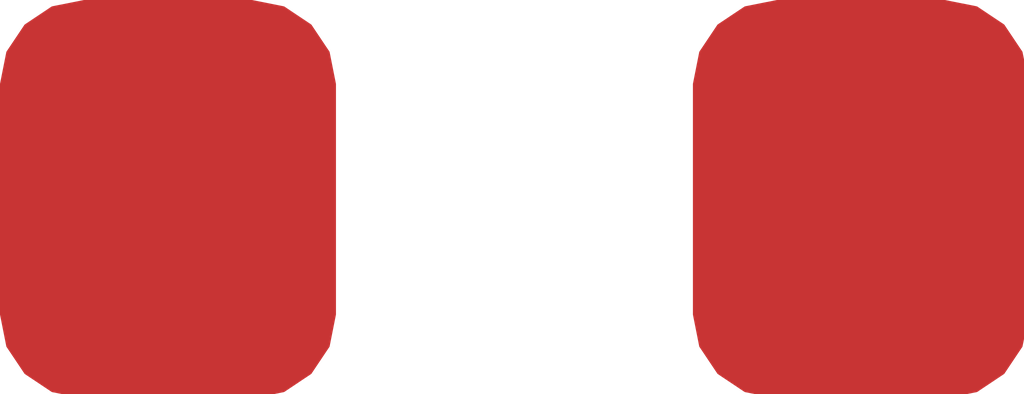
<source format=kicad_pcb>
(kicad_pcb (version 20241229) (generator "pcbnew") (generator_version "9.0")
  (layers (0 "F.Cu" signal) (2 "B.Cu" signal) (25 "Edge.Cuts" user))
  (net 0 "")
  (net 1 "GND")
  (net 2 "VCC")
  (footprint "Resistor_SMD:R_0603_1608Metric" (layer "F.Cu") (at 50 50 0)
    (property "Reference" "R1" (at 0 -1.43 0) (layer "F.SilkS"))
    (property "Value" "10k")
    (pad "1" smd roundrect (at -0.825 0) (size 0.8 0.95) (layers "F.Cu" "F.Paste" "F.Mask") (net 1 "GND"))
    (pad "2" smd roundrect (at 0.825 0) (size 0.8 0.95) (layers "F.Cu" "F.Paste" "F.Mask") (net 2 "VCC"))
  )
)
</source>
